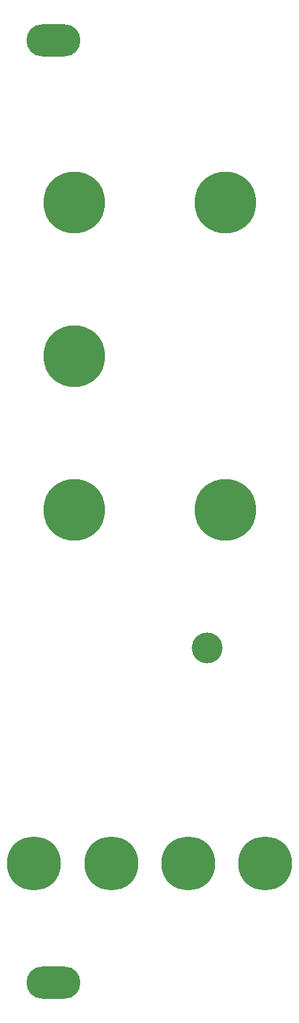
<source format=gbr>
%TF.GenerationSoftware,KiCad,Pcbnew,6.0.9+dfsg-1~bpo11+1*%
%TF.CreationDate,2023-01-13T02:31:21+08:00*%
%TF.ProjectId,MiniVerb - Front,4d696e69-5665-4726-9220-2d2046726f6e,rev?*%
%TF.SameCoordinates,Original*%
%TF.FileFunction,Copper,L2,Bot*%
%TF.FilePolarity,Positive*%
%FSLAX46Y46*%
G04 Gerber Fmt 4.6, Leading zero omitted, Abs format (unit mm)*
G04 Created by KiCad (PCBNEW 6.0.9+dfsg-1~bpo11+1) date 2023-01-13 02:31:21*
%MOMM*%
%LPD*%
G01*
G04 APERTURE LIST*
%TA.AperFunction,ComponentPad*%
%ADD10O,7.000000X4.200000*%
%TD*%
%TA.AperFunction,ComponentPad*%
%ADD11C,8.000000*%
%TD*%
%TA.AperFunction,ComponentPad*%
%ADD12C,7.000000*%
%TD*%
%TA.AperFunction,ViaPad*%
%ADD13C,4.000000*%
%TD*%
G04 APERTURE END LIST*
D10*
%TO.P,REF\u002A\u002A,*%
%TO.N,*%
X127500000Y-157501088D03*
X127500000Y-35001088D03*
%TD*%
D11*
%TO.P,REF\u002A\u002A,*%
%TO.N,*%
X149900000Y-96070000D03*
%TD*%
%TO.P,REF\u002A\u002A,*%
%TO.N,*%
X130190000Y-76100000D03*
%TD*%
D12*
%TO.P,REF\u002A\u002A,*%
%TO.N,*%
X124990000Y-142000000D03*
%TD*%
D11*
%TO.P,REF\u002A\u002A,*%
%TO.N,*%
X130180000Y-96050000D03*
%TD*%
%TO.P,REF\u002A\u002A,*%
%TO.N,*%
X149900000Y-56050000D03*
%TD*%
%TO.P,REF\u002A\u002A,*%
%TO.N,*%
X130200000Y-56050000D03*
%TD*%
D12*
%TO.P,REF\u002A\u002A,*%
%TO.N,*%
X145000000Y-142000000D03*
%TD*%
%TO.P,REF\u002A\u002A,*%
%TO.N,*%
X135000000Y-142000000D03*
%TD*%
%TO.P,REF\u002A\u002A,*%
%TO.N,*%
X155010000Y-142000000D03*
%TD*%
D13*
%TO.N,*%
X147500000Y-114000000D03*
%TD*%
M02*

</source>
